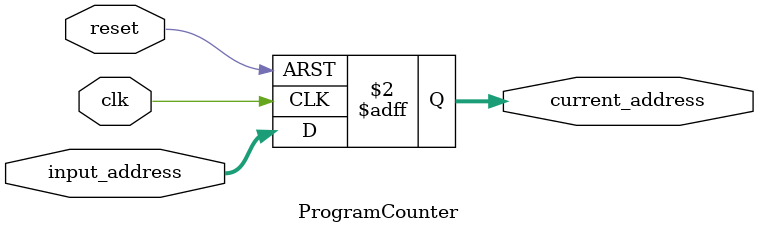
<source format=sv>

module ProgramCounter (
  input wire [31:0] input_address,
  input wire clk,
  input wire reset,
  output reg [31:0] current_address
);

  // Register for the program counter
  always @(posedge clk or posedge reset) begin
    if (reset)
      current_address <= 32'h00000000;
    else
      current_address <= input_address;
  end

endmodule

</source>
